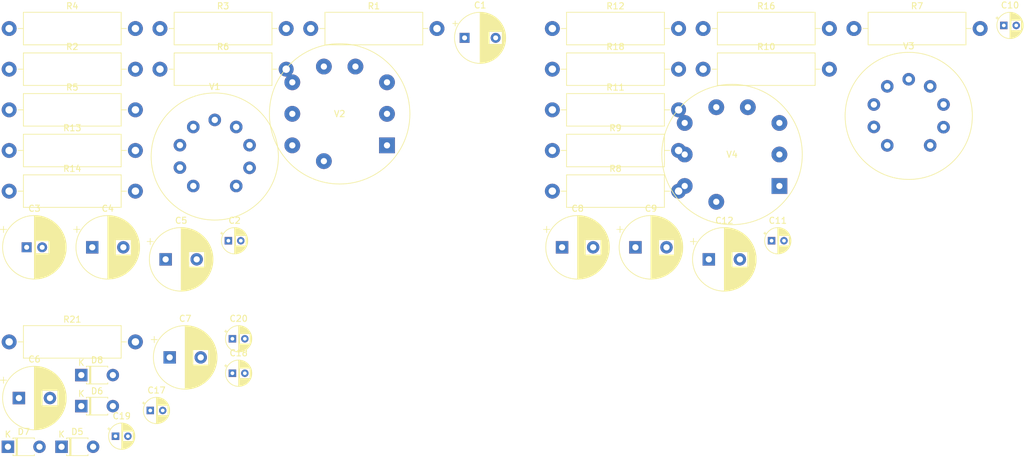
<source format=kicad_pcb>
(kicad_pcb (version 20171130) (host pcbnew 5.1.6-1.fc32)
  (layers (0 F.Cu signal) (31 B.Cu signal) (34 B.Paste user) (35 F.Paste user) (36 B.SilkS user) (37 F.SilkS user) (38 B.Mask user) (39 F.Mask user) (44 Edge.Cuts user))
  (net 0 "")
  (net 1 "Net-(C1-Pad1)")
  (net 2 Earth)
  (net 3 "Net-(C2-Pad1)")
  (net 4 "Net-(C2-Pad2)")
  (net 5 "Net-(C3-Pad1)")
  (net 6 "Net-(C3-Pad2)")
  (net 7 "Net-(C4-Pad1)")
  (net 8 "Net-(C5-Pad1)")
  (net 9 "Net-(C18-Pad1)")
  (net 10 /Sheet5F1E3F4C/B+)
  (net 11 "Net-(C8-Pad1)")
  (net 12 "Net-(C9-Pad1)")
  (net 13 "Net-(C10-Pad1)")
  (net 14 "Net-(C10-Pad2)")
  (net 15 "Net-(C11-Pad2)")
  (net 16 "Net-(C11-Pad1)")
  (net 17 "Net-(C12-Pad1)")
  (net 18 "Net-(C17-Pad2)")
  (net 19 "Net-(C17-Pad1)")
  (net 20 "Net-(C19-Pad1)")
  (net 21 "Net-(C19-Pad2)")
  (net 22 "Net-(R5-Pad1)")
  (net 23 "Net-(R10-Pad1)")
  (net 24 "Net-(R13-Pad2)")
  (net 25 "Net-(R14-Pad1)")
  (net 26 "Net-(R14-Pad2)")
  (net 27 "Net-(R16-Pad1)")
  (net 28 "Net-(R16-Pad2)")
  (net 29 "Net-(R18-Pad2)")
  (net 30 /Sheet5F1F04D1/fl1)
  (net 31 /Sheet5F1F04D1/fl2)
  (net 32 /Sheet5F200EB8/fl1)
  (net 33 /Sheet5F200EB8/fl2)
  (module Capacitor_THT:CP_Radial_D8.0mm_P5.00mm (layer F.Cu) (at 128.079699 43.675001)
    (fp_text reference C1 (at 2.5 -5.25) (layer F.SilkS))
    (fp_text value 220uF)
    (pad 1 thru_hole rect (at 0 0) (size 1.6 1.6) (drill 0.8) (layers *.Cu *.Mask) (net 1 "Net-(C1-Pad1)"))
    (pad 2 thru_hole circle (at 5 0) (size 1.6 1.6) (drill 0.8) (layers *.Cu *.Mask) (net 2 Earth))
  )
  (module Capacitor_THT:CP_Radial_D4.0mm_P2.00mm (layer F.Cu) (at 90.059802 76.365001)
    (fp_text reference C2 (at 1 -3.25) (layer F.SilkS))
    (fp_text value 0.1uF)
    (pad 1 thru_hole rect (at 0 0) (size 1.2 1.2) (drill 0.6) (layers *.Cu *.Mask) (net 3 "Net-(C2-Pad1)"))
    (pad 2 thru_hole circle (at 2 0) (size 1.2 1.2) (drill 0.6) (layers *.Cu *.Mask) (net 4 "Net-(C2-Pad2)"))
  )
  (module Capacitor_THT:CP_Radial_D10.0mm_P2.50mm (layer F.Cu) (at 57.589647 77.425001)
    (fp_text reference C3 (at 1.25 -6.25) (layer F.SilkS))
    (fp_text value 220K400)
    (pad 1 thru_hole rect (at 0 0) (size 1.6 1.6) (drill 0.8) (layers *.Cu *.Mask) (net 5 "Net-(C3-Pad1)"))
    (pad 2 thru_hole circle (at 2.5 0) (size 1.6 1.6) (drill 0.8) (layers *.Cu *.Mask) (net 6 "Net-(C3-Pad2)"))
  )
  (module Capacitor_THT:CP_Radial_D10.0mm_P5.00mm (layer F.Cu) (at 68.149647 77.425001)
    (fp_text reference C4 (at 2.5 -6.25) (layer F.SilkS))
    (fp_text value 100uF)
    (pad 2 thru_hole circle (at 5 0) (size 2 2) (drill 1) (layers *.Cu *.Mask) (net 2 Earth))
    (pad 1 thru_hole rect (at 0 0) (size 2 2) (drill 1) (layers *.Cu *.Mask) (net 7 "Net-(C4-Pad1)"))
  )
  (module Capacitor_THT:CP_Radial_D10.0mm_P5.00mm (layer F.Cu) (at 79.959647 79.365001)
    (fp_text reference C5 (at 2.5 -6.25) (layer F.SilkS))
    (fp_text value 22uF)
    (pad 2 thru_hole circle (at 5 0) (size 2 2) (drill 1) (layers *.Cu *.Mask) (net 2 Earth))
    (pad 1 thru_hole rect (at 0 0) (size 2 2) (drill 1) (layers *.Cu *.Mask) (net 8 "Net-(C5-Pad1)"))
  )
  (module Capacitor_THT:CP_Radial_D10.0mm_P5.00mm (layer F.Cu) (at 56.339647 101.715001)
    (fp_text reference C6 (at 2.5 -6.25) (layer F.SilkS))
    (fp_text value 150uF)
    (pad 1 thru_hole rect (at 0 0) (size 2 2) (drill 1) (layers *.Cu *.Mask) (net 9 "Net-(C18-Pad1)"))
    (pad 2 thru_hole circle (at 5 0) (size 2 2) (drill 1) (layers *.Cu *.Mask) (net 2 Earth))
  )
  (module Capacitor_THT:CP_Radial_D10.0mm_P5.00mm (layer F.Cu) (at 80.609647 95.165001)
    (fp_text reference C7 (at 2.5 -6.25) (layer F.SilkS))
    (fp_text value 150uF)
    (pad 1 thru_hole rect (at 0 0) (size 2 2) (drill 1) (layers *.Cu *.Mask) (net 10 /Sheet5F1E3F4C/B+))
    (pad 2 thru_hole circle (at 5 0) (size 2 2) (drill 1) (layers *.Cu *.Mask) (net 2 Earth))
  )
  (module Capacitor_THT:CP_Radial_D10.0mm_P5.00mm (layer F.Cu) (at 143.769647 77.425001)
    (fp_text reference C8 (at 2.5 -6.25) (layer F.SilkS))
    (fp_text value 22uF)
    (pad 1 thru_hole rect (at 0 0) (size 2 2) (drill 1) (layers *.Cu *.Mask) (net 11 "Net-(C8-Pad1)"))
    (pad 2 thru_hole circle (at 5 0) (size 2 2) (drill 1) (layers *.Cu *.Mask) (net 2 Earth))
  )
  (module Capacitor_THT:CP_Radial_D10.0mm_P5.00mm (layer F.Cu) (at 155.579647 77.425001)
    (fp_text reference C9 (at 2.5 -6.25) (layer F.SilkS))
    (fp_text value 100uF)
    (pad 1 thru_hole rect (at 0 0) (size 2 2) (drill 1) (layers *.Cu *.Mask) (net 12 "Net-(C9-Pad1)"))
    (pad 2 thru_hole circle (at 5 0) (size 2 2) (drill 1) (layers *.Cu *.Mask) (net 2 Earth))
  )
  (module Capacitor_THT:CP_Radial_D4.0mm_P2.00mm (layer F.Cu) (at 214.869802 41.675001)
    (fp_text reference C10 (at 1 -3.25) (layer F.SilkS))
    (fp_text value 0.1uF)
    (pad 1 thru_hole rect (at 0 0) (size 1.2 1.2) (drill 0.6) (layers *.Cu *.Mask) (net 13 "Net-(C10-Pad1)"))
    (pad 2 thru_hole circle (at 2 0) (size 1.2 1.2) (drill 0.6) (layers *.Cu *.Mask) (net 14 "Net-(C10-Pad2)"))
  )
  (module Capacitor_THT:CP_Radial_D4.0mm_P2.00mm (layer F.Cu) (at 177.489802 76.365001)
    (fp_text reference C11 (at 1 -3.25) (layer F.SilkS))
    (fp_text value 220K400)
    (pad 2 thru_hole circle (at 2 0) (size 1.2 1.2) (drill 0.6) (layers *.Cu *.Mask) (net 15 "Net-(C11-Pad2)"))
    (pad 1 thru_hole rect (at 0 0) (size 1.2 1.2) (drill 0.6) (layers *.Cu *.Mask) (net 16 "Net-(C11-Pad1)"))
  )
  (module Capacitor_THT:CP_Radial_D10.0mm_P5.00mm (layer F.Cu) (at 167.389647 79.365001)
    (fp_text reference C12 (at 2.5 -6.25) (layer F.SilkS))
    (fp_text value 220uF)
    (pad 2 thru_hole circle (at 5 0) (size 2 2) (drill 1) (layers *.Cu *.Mask) (net 2 Earth))
    (pad 1 thru_hole rect (at 0 0) (size 2 2) (drill 1) (layers *.Cu *.Mask) (net 17 "Net-(C12-Pad1)"))
  )
  (module Capacitor_THT:CP_Radial_D4.0mm_P2.00mm (layer F.Cu) (at 77.489802 103.715001)
    (fp_text reference C17 (at 1 -3.25) (layer F.SilkS))
    (fp_text value 47nF)
    (pad 2 thru_hole circle (at 2 0) (size 1.2 1.2) (drill 0.6) (layers *.Cu *.Mask) (net 18 "Net-(C17-Pad2)"))
    (pad 1 thru_hole rect (at 0 0) (size 1.2 1.2) (drill 0.6) (layers *.Cu *.Mask) (net 19 "Net-(C17-Pad1)"))
  )
  (module Capacitor_THT:CP_Radial_D4.0mm_P2.00mm (layer F.Cu) (at 90.709802 97.715001)
    (fp_text reference C18 (at 1 -3.25) (layer F.SilkS))
    (fp_text value 47nF)
    (pad 1 thru_hole rect (at 0 0) (size 1.2 1.2) (drill 0.6) (layers *.Cu *.Mask) (net 9 "Net-(C18-Pad1)"))
    (pad 2 thru_hole circle (at 2 0) (size 1.2 1.2) (drill 0.6) (layers *.Cu *.Mask) (net 19 "Net-(C17-Pad1)"))
  )
  (module Capacitor_THT:CP_Radial_D4.0mm_P2.00mm (layer F.Cu) (at 71.889802 107.865001)
    (fp_text reference C19 (at 1 -3.25) (layer F.SilkS))
    (fp_text value 47nF)
    (pad 1 thru_hole rect (at 0 0) (size 1.2 1.2) (drill 0.6) (layers *.Cu *.Mask) (net 20 "Net-(C19-Pad1)"))
    (pad 2 thru_hole circle (at 2 0) (size 1.2 1.2) (drill 0.6) (layers *.Cu *.Mask) (net 21 "Net-(C19-Pad2)"))
  )
  (module Capacitor_THT:CP_Radial_D4.0mm_P2.00mm (layer F.Cu) (at 90.709802 92.165001)
    (fp_text reference C20 (at 1 -3.25) (layer F.SilkS))
    (fp_text value 47nF)
    (pad 2 thru_hole circle (at 2 0) (size 1.2 1.2) (drill 0.6) (layers *.Cu *.Mask) (net 21 "Net-(C19-Pad2)"))
    (pad 1 thru_hole rect (at 0 0) (size 1.2 1.2) (drill 0.6) (layers *.Cu *.Mask) (net 9 "Net-(C18-Pad1)"))
  )
  (module Diode_THT:D_T-1_P5.08mm_Horizontal (layer F.Cu) (at 63.205001 109.565001)
    (fp_text reference D5 (at 2.54 -2.42) (layer F.SilkS))
    (fp_text value 1N4005)
    (fp_text user K (at 0 -2) (layer F.SilkS))
    (pad 1 thru_hole rect (at 0 0) (size 2 2) (drill 1) (layers *.Cu *.Mask) (net 19 "Net-(C17-Pad1)"))
    (pad 2 thru_hole oval (at 5.08 0) (size 2 2) (drill 1) (layers *.Cu *.Mask) (net 18 "Net-(C17-Pad2)"))
  )
  (module Diode_THT:D_T-1_P5.08mm_Horizontal (layer F.Cu) (at 66.385001 103.015001)
    (fp_text reference D6 (at 2.54 -2.42) (layer F.SilkS))
    (fp_text value 1N4005)
    (fp_text user K (at 0 -2) (layer F.SilkS))
    (pad 2 thru_hole oval (at 5.08 0) (size 2 2) (drill 1) (layers *.Cu *.Mask) (net 19 "Net-(C17-Pad1)"))
    (pad 1 thru_hole rect (at 0 0) (size 2 2) (drill 1) (layers *.Cu *.Mask) (net 9 "Net-(C18-Pad1)"))
  )
  (module Diode_THT:D_T-1_P5.08mm_Horizontal (layer F.Cu) (at 54.575001 109.565001)
    (fp_text reference D7 (at 2.54 -2.42) (layer F.SilkS))
    (fp_text value 1N4005)
    (fp_text user K (at 0 -2) (layer F.SilkS))
    (pad 2 thru_hole oval (at 5.08 0) (size 2 2) (drill 1) (layers *.Cu *.Mask) (net 20 "Net-(C19-Pad1)"))
    (pad 1 thru_hole rect (at 0 0) (size 2 2) (drill 1) (layers *.Cu *.Mask) (net 21 "Net-(C19-Pad2)"))
  )
  (module Diode_THT:D_T-1_P5.08mm_Horizontal (layer F.Cu) (at 66.385001 98.015001)
    (fp_text reference D8 (at 2.54 -2.42) (layer F.SilkS))
    (fp_text value 1N4005)
    (fp_text user K (at 0 -2) (layer F.SilkS))
    (pad 1 thru_hole rect (at 0 0) (size 2 2) (drill 1) (layers *.Cu *.Mask) (net 9 "Net-(C18-Pad1)"))
    (pad 2 thru_hole oval (at 5.08 0) (size 2 2) (drill 1) (layers *.Cu *.Mask) (net 21 "Net-(C19-Pad2)"))
  )
  (module Resistor_THT:R_Axial_DIN0516_L15.5mm_D5.0mm_P20.32mm_Horizontal (layer F.Cu) (at 103.315001 42.175001)
    (fp_text reference R1 (at 10.16 -3.62) (layer F.SilkS))
    (fp_text value 270)
    (pad 2 thru_hole oval (at 20.32 0) (size 2.4 2.4) (drill 1.2) (layers *.Cu *.Mask) (net 2 Earth))
    (pad 1 thru_hole circle (at 0 0) (size 2.4 2.4) (drill 1.2) (layers *.Cu *.Mask) (net 1 "Net-(C1-Pad1)"))
  )
  (module Resistor_THT:R_Axial_DIN0516_L15.5mm_D5.0mm_P20.32mm_Horizontal (layer F.Cu) (at 54.775001 48.725001)
    (fp_text reference R2 (at 10.16 -3.62) (layer F.SilkS))
    (fp_text value 470K)
    (pad 2 thru_hole oval (at 20.32 0) (size 2.4 2.4) (drill 1.2) (layers *.Cu *.Mask) (net 5 "Net-(C3-Pad1)"))
    (pad 1 thru_hole circle (at 0 0) (size 2.4 2.4) (drill 1.2) (layers *.Cu *.Mask) (net 3 "Net-(C2-Pad1)"))
  )
  (module Resistor_THT:R_Axial_DIN0516_L15.5mm_D5.0mm_P20.32mm_Horizontal (layer F.Cu) (at 79.045001 42.175001)
    (fp_text reference R3 (at 10.16 -3.62) (layer F.SilkS))
    (fp_text value 2.2K)
    (pad 2 thru_hole oval (at 20.32 0) (size 2.4 2.4) (drill 1.2) (layers *.Cu *.Mask) (net 2 Earth))
    (pad 1 thru_hole circle (at 0 0) (size 2.4 2.4) (drill 1.2) (layers *.Cu *.Mask) (net 7 "Net-(C4-Pad1)"))
  )
  (module Resistor_THT:R_Axial_DIN0516_L15.5mm_D5.0mm_P20.32mm_Horizontal (layer F.Cu) (at 54.775001 42.175001)
    (fp_text reference R4 (at 10.16 -3.62) (layer F.SilkS))
    (fp_text value 30K)
    (pad 1 thru_hole circle (at 0 0) (size 2.4 2.4) (drill 1.2) (layers *.Cu *.Mask) (net 4 "Net-(C2-Pad2)"))
    (pad 2 thru_hole oval (at 20.32 0) (size 2.4 2.4) (drill 1.2) (layers *.Cu *.Mask) (net 8 "Net-(C5-Pad1)"))
  )
  (module Resistor_THT:R_Axial_DIN0516_L15.5mm_D5.0mm_P20.32mm_Horizontal (layer F.Cu) (at 54.775001 55.275001)
    (fp_text reference R5 (at 10.16 -3.62) (layer F.SilkS))
    (fp_text value 470K)
    (pad 1 thru_hole circle (at 0 0) (size 2.4 2.4) (drill 1.2) (layers *.Cu *.Mask) (net 22 "Net-(R5-Pad1)"))
    (pad 2 thru_hole oval (at 20.32 0) (size 2.4 2.4) (drill 1.2) (layers *.Cu *.Mask) (net 2 Earth))
  )
  (module Resistor_THT:R_Axial_DIN0516_L15.5mm_D5.0mm_P20.32mm_Horizontal (layer F.Cu) (at 79.045001 48.725001)
    (fp_text reference R6 (at 10.16 -3.62) (layer F.SilkS))
    (fp_text value 1.5K)
    (pad 2 thru_hole oval (at 20.32 0) (size 2.4 2.4) (drill 1.2) (layers *.Cu *.Mask))
    (pad 1 thru_hole circle (at 0 0) (size 2.4 2.4) (drill 1.2) (layers *.Cu *.Mask) (net 8 "Net-(C5-Pad1)"))
  )
  (module Resistor_THT:R_Axial_DIN0516_L15.5mm_D5.0mm_P20.32mm_Horizontal (layer F.Cu) (at 190.745001 42.175001)
    (fp_text reference R7 (at 10.16 -3.62) (layer F.SilkS))
    (fp_text value 1.5K)
    (pad 1 thru_hole circle (at 0 0) (size 2.4 2.4) (drill 1.2) (layers *.Cu *.Mask) (net 11 "Net-(C8-Pad1)"))
    (pad 2 thru_hole oval (at 20.32 0) (size 2.4 2.4) (drill 1.2) (layers *.Cu *.Mask))
  )
  (module Resistor_THT:R_Axial_DIN0516_L15.5mm_D5.0mm_P20.32mm_Horizontal (layer F.Cu) (at 142.205001 68.375001)
    (fp_text reference R8 (at 10.16 -3.62) (layer F.SilkS))
    (fp_text value 2.2K)
    (pad 2 thru_hole oval (at 20.32 0) (size 2.4 2.4) (drill 1.2) (layers *.Cu *.Mask) (net 2 Earth))
    (pad 1 thru_hole circle (at 0 0) (size 2.4 2.4) (drill 1.2) (layers *.Cu *.Mask) (net 12 "Net-(C9-Pad1)"))
  )
  (module Resistor_THT:R_Axial_DIN0516_L15.5mm_D5.0mm_P20.32mm_Horizontal (layer F.Cu) (at 142.205001 61.825001)
    (fp_text reference R9 (at 10.16 -3.62) (layer F.SilkS))
    (fp_text value 30K)
    (pad 2 thru_hole oval (at 20.32 0) (size 2.4 2.4) (drill 1.2) (layers *.Cu *.Mask) (net 11 "Net-(C8-Pad1)"))
    (pad 1 thru_hole circle (at 0 0) (size 2.4 2.4) (drill 1.2) (layers *.Cu *.Mask) (net 14 "Net-(C10-Pad2)"))
  )
  (module Resistor_THT:R_Axial_DIN0516_L15.5mm_D5.0mm_P20.32mm_Horizontal (layer F.Cu) (at 166.475001 48.725001)
    (fp_text reference R10 (at 10.16 -3.62) (layer F.SilkS))
    (fp_text value 470K)
    (pad 1 thru_hole circle (at 0 0) (size 2.4 2.4) (drill 1.2) (layers *.Cu *.Mask) (net 23 "Net-(R10-Pad1)"))
    (pad 2 thru_hole oval (at 20.32 0) (size 2.4 2.4) (drill 1.2) (layers *.Cu *.Mask) (net 2 Earth))
  )
  (module Resistor_THT:R_Axial_DIN0516_L15.5mm_D5.0mm_P20.32mm_Horizontal (layer F.Cu) (at 142.205001 55.275001)
    (fp_text reference R11 (at 10.16 -3.62) (layer F.SilkS))
    (fp_text value 270)
    (pad 2 thru_hole oval (at 20.32 0) (size 2.4 2.4) (drill 1.2) (layers *.Cu *.Mask) (net 2 Earth))
    (pad 1 thru_hole circle (at 0 0) (size 2.4 2.4) (drill 1.2) (layers *.Cu *.Mask) (net 17 "Net-(C12-Pad1)"))
  )
  (module Resistor_THT:R_Axial_DIN0516_L15.5mm_D5.0mm_P20.32mm_Horizontal (layer F.Cu) (at 142.205001 42.175001)
    (fp_text reference R12 (at 10.16 -3.62) (layer F.SilkS))
    (fp_text value 470K)
    (pad 1 thru_hole circle (at 0 0) (size 2.4 2.4) (drill 1.2) (layers *.Cu *.Mask) (net 13 "Net-(C10-Pad1)"))
    (pad 2 thru_hole oval (at 20.32 0) (size 2.4 2.4) (drill 1.2) (layers *.Cu *.Mask) (net 16 "Net-(C11-Pad1)"))
  )
  (module Resistor_THT:R_Axial_DIN0516_L15.5mm_D5.0mm_P20.32mm_Horizontal (layer F.Cu) (at 54.775001 61.825001)
    (fp_text reference R13 (at 10.16 -3.62) (layer F.SilkS))
    (fp_text value 1M)
    (pad 2 thru_hole oval (at 20.32 0) (size 2.4 2.4) (drill 1.2) (layers *.Cu *.Mask) (net 24 "Net-(R13-Pad2)"))
    (pad 1 thru_hole circle (at 0 0) (size 2.4 2.4) (drill 1.2) (layers *.Cu *.Mask) (net 6 "Net-(C3-Pad2)"))
  )
  (module Resistor_THT:R_Axial_DIN0516_L15.5mm_D5.0mm_P20.32mm_Horizontal (layer F.Cu) (at 54.775001 68.375001)
    (fp_text reference R14 (at 10.16 -3.62) (layer F.SilkS))
    (fp_text value 100)
    (pad 1 thru_hole circle (at 0 0) (size 2.4 2.4) (drill 1.2) (layers *.Cu *.Mask) (net 25 "Net-(R14-Pad1)"))
    (pad 2 thru_hole oval (at 20.32 0) (size 2.4 2.4) (drill 1.2) (layers *.Cu *.Mask) (net 26 "Net-(R14-Pad2)"))
  )
  (module Resistor_THT:R_Axial_DIN0516_L15.5mm_D5.0mm_P20.32mm_Horizontal (layer F.Cu) (at 166.475001 42.175001)
    (fp_text reference R16 (at 10.16 -3.62) (layer F.SilkS))
    (fp_text value 100)
    (pad 1 thru_hole circle (at 0 0) (size 2.4 2.4) (drill 1.2) (layers *.Cu *.Mask) (net 27 "Net-(R16-Pad1)"))
    (pad 2 thru_hole oval (at 20.32 0) (size 2.4 2.4) (drill 1.2) (layers *.Cu *.Mask) (net 28 "Net-(R16-Pad2)"))
  )
  (module Resistor_THT:R_Axial_DIN0516_L15.5mm_D5.0mm_P20.32mm_Horizontal (layer F.Cu) (at 142.205001 48.725001)
    (fp_text reference R18 (at 10.16 -3.62) (layer F.SilkS))
    (fp_text value 1M)
    (pad 1 thru_hole circle (at 0 0) (size 2.4 2.4) (drill 1.2) (layers *.Cu *.Mask) (net 15 "Net-(C11-Pad2)"))
    (pad 2 thru_hole oval (at 20.32 0) (size 2.4 2.4) (drill 1.2) (layers *.Cu *.Mask) (net 29 "Net-(R18-Pad2)"))
  )
  (module Resistor_THT:R_Axial_DIN0516_L15.5mm_D5.0mm_P20.32mm_Horizontal (layer F.Cu) (at 54.775001 92.665001)
    (fp_text reference R21 (at 10.16 -3.62) (layer F.SilkS))
    (fp_text value 220K)
    (pad 1 thru_hole circle (at 0 0) (size 2.4 2.4) (drill 1.2) (layers *.Cu *.Mask) (net 10 /Sheet5F1E3F4C/B+))
    (pad 2 thru_hole oval (at 20.32 0) (size 2.4 2.4) (drill 1.2) (layers *.Cu *.Mask) (net 2 Earth))
  )
  (module Valve:Valve_ECC-83-1 (layer F.Cu) (at 91.319068 67.549068)
    (fp_text reference V1 (at -3.45 -16) (layer F.SilkS))
    (fp_text value 12AX7)
    (pad 1 thru_hole circle (at 0 0) (size 2.03 2.03) (drill 1.02) (layers *.Cu *.Mask) (net 24 "Net-(R13-Pad2)"))
    (pad 2 thru_hole circle (at 2.15 -2.93) (size 2.03 2.03) (drill 1.02) (layers *.Cu *.Mask) (net 22 "Net-(R5-Pad1)"))
    (pad 3 thru_hole circle (at 2.15 -6.58) (size 2.03 2.03) (drill 1.02) (layers *.Cu *.Mask) (net 7 "Net-(C4-Pad1)"))
    (pad 4 thru_hole circle (at 0 -9.51) (size 2.03 2.03) (drill 1.02) (layers *.Cu *.Mask) (net 30 /Sheet5F1F04D1/fl1))
    (pad 5 thru_hole circle (at -3.45 -10.65) (size 2.03 2.03) (drill 1.02) (layers *.Cu *.Mask) (net 30 /Sheet5F1F04D1/fl1))
    (pad 6 thru_hole circle (at -6.91 -9.51) (size 2.03 2.03) (drill 1.02) (layers *.Cu *.Mask) (net 4 "Net-(C2-Pad2)"))
    (pad 7 thru_hole circle (at -9.06 -6.58) (size 2.03 2.03) (drill 1.02) (layers *.Cu *.Mask) (net 6 "Net-(C3-Pad2)"))
    (pad 8 thru_hole circle (at -9.06 -2.97) (size 2.03 2.03) (drill 1.02) (layers *.Cu *.Mask) (net 24 "Net-(R13-Pad2)"))
    (pad 9 thru_hole circle (at -6.91 0) (size 2.03 2.03) (drill 1.02) (layers *.Cu *.Mask) (net 31 /Sheet5F1F04D1/fl2))
  )
  (module Valve:Valve_ECC-83-1 (layer F.Cu) (at 203.019068 60.999068)
    (fp_text reference V3 (at -3.45 -16) (layer F.SilkS))
    (fp_text value 12AX7)
    (pad 1 thru_hole circle (at 0 0) (size 2.03 2.03) (drill 1.02) (layers *.Cu *.Mask) (net 29 "Net-(R18-Pad2)"))
    (pad 2 thru_hole circle (at 2.15 -2.93) (size 2.03 2.03) (drill 1.02) (layers *.Cu *.Mask) (net 23 "Net-(R10-Pad1)"))
    (pad 3 thru_hole circle (at 2.15 -6.58) (size 2.03 2.03) (drill 1.02) (layers *.Cu *.Mask) (net 12 "Net-(C9-Pad1)"))
    (pad 4 thru_hole circle (at 0 -9.51) (size 2.03 2.03) (drill 1.02) (layers *.Cu *.Mask) (net 32 /Sheet5F200EB8/fl1))
    (pad 5 thru_hole circle (at -3.45 -10.65) (size 2.03 2.03) (drill 1.02) (layers *.Cu *.Mask) (net 32 /Sheet5F200EB8/fl1))
    (pad 6 thru_hole circle (at -6.91 -9.51) (size 2.03 2.03) (drill 1.02) (layers *.Cu *.Mask) (net 14 "Net-(C10-Pad2)"))
    (pad 7 thru_hole circle (at -9.06 -6.58) (size 2.03 2.03) (drill 1.02) (layers *.Cu *.Mask) (net 15 "Net-(C11-Pad2)"))
    (pad 8 thru_hole circle (at -9.06 -2.97) (size 2.03 2.03) (drill 1.02) (layers *.Cu *.Mask) (net 29 "Net-(R18-Pad2)"))
    (pad 9 thru_hole circle (at -6.91 0) (size 2.03 2.03) (drill 1.02) (layers *.Cu *.Mask) (net 33 /Sheet5F200EB8/fl2))
  )
  (module Valve:Valve_Noval_P (layer F.Cu) (at 115.589068 60.999068)
    (fp_text reference V2 (at -7.62 -5.08) (layer F.SilkS))
    (fp_text value EL84)
    (pad 9 thru_hole circle (at -10.16 2.54) (size 2.54 5.08) (drill 1) (layers *.Cu *.Mask) (net 26 "Net-(R14-Pad2)"))
    (pad 8 thru_hole circle (at -15.24 0) (size 2.54 5.08) (drill 1) (layers *.Cu *.Mask))
    (pad 7 thru_hole circle (at -15.24 -5.08) (size 2.54 5.08) (drill 1) (layers *.Cu *.Mask) (net 25 "Net-(R14-Pad1)"))
    (pad 6 thru_hole circle (at -15.24 -10.16) (size 2.54 5.08) (drill 1) (layers *.Cu *.Mask))
    (pad 5 thru_hole circle (at -10.16 -12.7) (size 2.54 5.08) (drill 1) (layers *.Cu *.Mask) (net 30 /Sheet5F1F04D1/fl1))
    (pad 4 thru_hole circle (at -5.08 -12.7) (size 2.54 5.08) (drill 1) (layers *.Cu *.Mask) (net 31 /Sheet5F1F04D1/fl2))
    (pad 3 thru_hole circle (at 0 -10.16) (size 2.54 5.08) (drill 1) (layers *.Cu *.Mask) (net 1 "Net-(C1-Pad1)"))
    (pad 2 thru_hole circle (at 0 -5.08) (size 2.54 5.08) (drill 1) (layers *.Cu *.Mask) (net 3 "Net-(C2-Pad1)"))
    (pad 1 thru_hole rect (at 0 0) (size 2.54 2.54) (drill 1) (layers *.Cu *.Mask))
  )
  (module Valve:Valve_Noval_P (layer F.Cu) (at 178.749068 67.549068)
    (fp_text reference V4 (at -7.62 -5.08) (layer F.SilkS))
    (fp_text value EL84)
    (pad 1 thru_hole rect (at 0 0) (size 2.54 2.54) (drill 1) (layers *.Cu *.Mask))
    (pad 2 thru_hole circle (at 0 -5.08) (size 2.54 5.08) (drill 1) (layers *.Cu *.Mask) (net 13 "Net-(C10-Pad1)"))
    (pad 3 thru_hole circle (at 0 -10.16) (size 2.54 5.08) (drill 1) (layers *.Cu *.Mask) (net 17 "Net-(C12-Pad1)"))
    (pad 4 thru_hole circle (at -5.08 -12.7) (size 2.54 5.08) (drill 1) (layers *.Cu *.Mask) (net 33 /Sheet5F200EB8/fl2))
    (pad 5 thru_hole circle (at -10.16 -12.7) (size 2.54 5.08) (drill 1) (layers *.Cu *.Mask) (net 32 /Sheet5F200EB8/fl1))
    (pad 6 thru_hole circle (at -15.24 -10.16) (size 2.54 5.08) (drill 1) (layers *.Cu *.Mask))
    (pad 7 thru_hole circle (at -15.24 -5.08) (size 2.54 5.08) (drill 1) (layers *.Cu *.Mask) (net 27 "Net-(R16-Pad1)"))
    (pad 8 thru_hole circle (at -15.24 0) (size 2.54 5.08) (drill 1) (layers *.Cu *.Mask))
    (pad 9 thru_hole circle (at -10.16 2.54) (size 2.54 5.08) (drill 1) (layers *.Cu *.Mask) (net 28 "Net-(R16-Pad2)"))
  )
)
</source>
